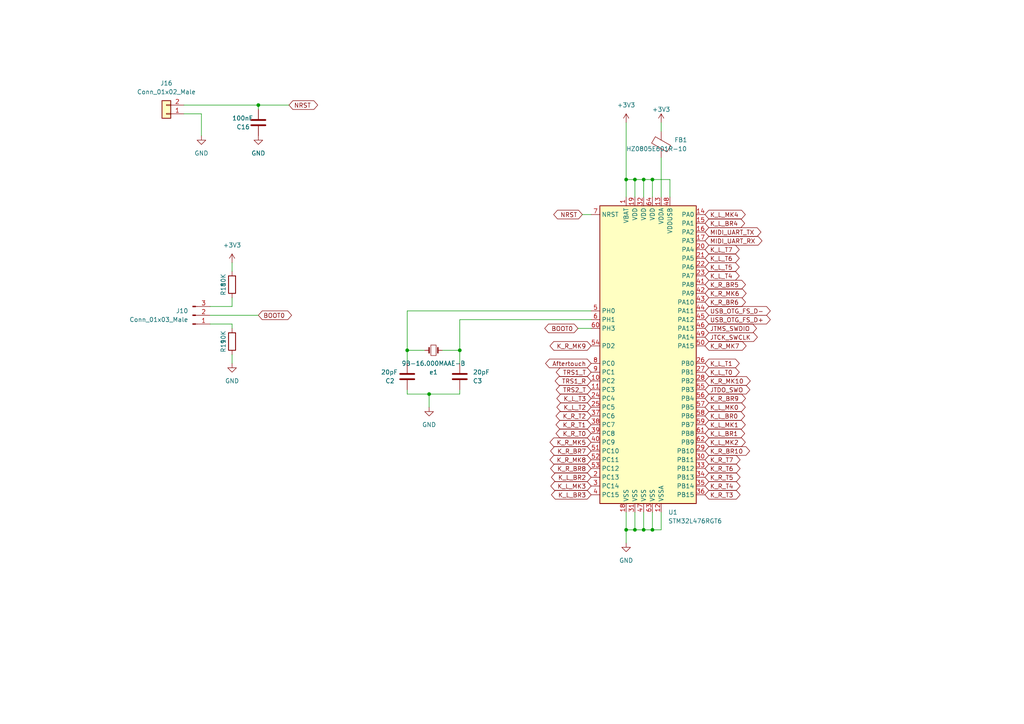
<source format=kicad_sch>
(kicad_sch (version 20230121) (generator eeschema)
  (paper "A4")
  (lib_symbols
    (symbol "Connector:Conn_01x03_Male" (pin_names (offset 1.016) hide)
      (property "Reference" "J" (at 0 5.08 0))
      (property "Value" "Conn_01x03_Male" (at 0 -5.08 0))
      (symbol "Conn_01x03_Male_1_1"
        (polyline (pts (xy 1.27 -2.54) (xy 0.8636 -2.54)) (stroke (width 0.1524)))
        (polyline (pts (xy 1.27 0) (xy 0.8636 0)) (stroke (width 0.1524)))
        (polyline (pts (xy 1.27 2.54) (xy 0.8636 2.54)) (stroke (width 0.1524)))
        (rectangle (start 0.8636 -2.413) (end 0 -2.667) (stroke (width 0.1524)) (fill (type outline)))
        (rectangle (start 0.8636 0.127) (end 0 -0.127) (stroke (width 0.1524)) (fill (type outline)))
        (rectangle (start 0.8636 2.667) (end 0 2.413) (stroke (width 0.1524)) (fill (type outline)))
        (pin passive line (at 5.08 2.54 180) (length 3.81) (name "Pin_1") (number "1"))
        (pin passive line (at 5.08 0 180) (length 3.81) (name "Pin_2") (number "2"))
        (pin passive line (at 5.08 -2.54 180) (length 3.81) (name "Pin_3") (number "3"))
      )
    )
    (symbol "Connector_Generic:Conn_01x02" (pin_names (offset 1.016) hide)
      (property "Reference" "J" (at 0 2.54 0))
      (property "Value" "Conn_01x02" (at 0 -5.08 0))
      (symbol "Conn_01x02_1_1"
        (rectangle (start -1.27 -2.413) (end 0 -2.667) (stroke (width 0.1524)))
        (rectangle (start -1.27 0.127) (end 0 -0.127) (stroke (width 0.1524)))
        (rectangle (start -1.27 1.27) (end 1.27 -3.81) (stroke (width 0.254)) (fill (type background)))
        (pin passive line (at -5.08 0 0) (length 3.81) (name "Pin_1") (number "1"))
        (pin passive line (at -5.08 -2.54 0) (length 3.81) (name "Pin_2") (number "2"))
      )
    )
    (symbol "Device:C" (pin_numbers hide) (pin_names (offset 0.254))
      (property "Reference" "C" (at 0.635 2.54 0))
      (property "Value" "C" (at 0.635 -2.54 0))
      (symbol "C_0_1"
        (polyline (pts (xy -2.032 -0.762) (xy 2.032 -0.762)) (stroke (width 0.508)))
        (polyline (pts (xy -2.032 0.762) (xy 2.032 0.762)) (stroke (width 0.508)))
      )
      (symbol "C_1_1"
        (pin passive line (at 0 3.81 270) (length 2.794) (name "~") (number "1"))
        (pin passive line (at 0 -3.81 90) (length 2.794) (name "~") (number "2"))
      )
    )
    (symbol "Device:Crystal_Small" (pin_numbers hide) (pin_names (offset 1.016) hide)
      (property "Reference" "Y" (at 0 2.54 0))
      (property "Value" "Crystal_Small" (at 0 -2.54 0))
      (symbol "Crystal_Small_0_1"
        (rectangle (start -0.762 -1.524) (end 0.762 1.524))
        (polyline (pts (xy -1.27 -0.762) (xy -1.27 0.762)) (stroke (width 0.381)))
        (polyline (pts (xy 1.27 -0.762) (xy 1.27 0.762)) (stroke (width 0.381)))
      )
      (symbol "Crystal_Small_1_1"
        (pin passive line (at -2.54 0 0) (length 1.27) (name "1") (number "1"))
        (pin passive line (at 2.54 0 180) (length 1.27) (name "2") (number "2"))
      )
    )
    (symbol "Device:FerriteBead" (pin_numbers hide) (pin_names (offset 0))
      (property "Reference" "FB" (at -3.81 0.635 90))
      (property "Value" "FerriteBead" (at 3.81 0 90))
      (symbol "FerriteBead_0_1"
        (polyline (pts (xy 0 -1.27) (xy 0 -1.2192)))
        (polyline (pts (xy 0 1.27) (xy 0 1.2954)))
        (polyline (pts (xy -2.7686 0.4064) (xy -1.7018 2.2606) (xy 2.7686 -0.3048) (xy 1.6764 -2.159) (xy -2.7686 0.4064)))
      )
      (symbol "FerriteBead_1_1"
        (pin passive line (at 0 3.81 270) (length 2.54) (name "~") (number "1"))
        (pin passive line (at 0 -3.81 90) (length 2.54) (name "~") (number "2"))
      )
    )
    (symbol "Device:R" (pin_numbers hide) (pin_names (offset 0))
      (property "Reference" "R" (at 2.032 0 90))
      (property "Value" "R" (at 0 0 90))
      (symbol "R_0_1"
        (rectangle (start -1.016 -2.54) (end 1.016 2.54) (stroke (width 0.254)))
      )
      (symbol "R_1_1"
        (pin passive line (at 0 3.81 270) (length 1.27) (name "~") (number "1"))
        (pin passive line (at 0 -3.81 90) (length 1.27) (name "~") (number "2"))
      )
    )
    (symbol "MCU_ST_STM32L4:STM32L496RGTx"
      (property "Reference" "U" (at -15.24 44.45 0))
      (property "Value" "STM32L496RGTx" (at 7.62 44.45 0))
      (symbol "STM32L496RGTx_0_1"
        (rectangle (start -15.24 -43.18) (end 12.7 43.18) (stroke (width 0.254)) (fill (type background)))
      )
      (symbol "STM32L496RGTx_1_1"
        (pin power_in line (at -7.62 45.72 270) (length 2.54) (name "VBAT") (number "1"))
        (pin bidirectional line (at -17.78 -7.62 0) (length 2.54) (name "PC2") (number "10"))
        (pin bidirectional line (at -17.78 -10.16 0) (length 2.54) (name "PC3") (number "11"))
        (pin power_in line (at 2.54 -45.72 90) (length 2.54) (name "VSSA") (number "12"))
        (pin power_in line (at 2.54 45.72 270) (length 2.54) (name "VDDA") (number "13"))
        (pin bidirectional line (at 15.24 40.64 180) (length 2.54) (name "PA0") (number "14"))
        (pin bidirectional line (at 15.24 38.1 180) (length 2.54) (name "PA1") (number "15"))
        (pin bidirectional line (at 15.24 35.56 180) (length 2.54) (name "PA2") (number "16"))
        (pin bidirectional line (at 15.24 33.02 180) (length 2.54) (name "PA3") (number "17"))
        (pin power_in line (at -7.62 -45.72 90) (length 2.54) (name "VSS") (number "18"))
        (pin power_in line (at -5.08 45.72 270) (length 2.54) (name "VDD") (number "19"))
        (pin bidirectional line (at -17.78 -35.56 0) (length 2.54) (name "PC13") (number "2"))
        (pin bidirectional line (at 15.24 30.48 180) (length 2.54) (name "PA4") (number "20"))
        (pin bidirectional line (at 15.24 27.94 180) (length 2.54) (name "PA5") (number "21"))
        (pin bidirectional line (at 15.24 25.4 180) (length 2.54) (name "PA6") (number "22"))
        (pin bidirectional line (at 15.24 22.86 180) (length 2.54) (name "PA7") (number "23"))
        (pin bidirectional line (at -17.78 -12.7 0) (length 2.54) (name "PC4") (number "24"))
        (pin bidirectional line (at -17.78 -15.24 0) (length 2.54) (name "PC5") (number "25"))
        (pin bidirectional line (at 15.24 -2.54 180) (length 2.54) (name "PB0") (number "26"))
        (pin bidirectional line (at 15.24 -5.08 180) (length 2.54) (name "PB1") (number "27"))
        (pin bidirectional line (at 15.24 -7.62 180) (length 2.54) (name "PB2") (number "28"))
        (pin bidirectional line (at 15.24 -27.94 180) (length 2.54) (name "PB10") (number "29"))
        (pin bidirectional line (at -17.78 -38.1 0) (length 2.54) (name "PC14") (number "3"))
        (pin bidirectional line (at 15.24 -30.48 180) (length 2.54) (name "PB11") (number "30"))
        (pin power_in line (at -5.08 -45.72 90) (length 2.54) (name "VSS") (number "31"))
        (pin power_in line (at -2.54 45.72 270) (length 2.54) (name "VDD") (number "32"))
        (pin bidirectional line (at 15.24 -33.02 180) (length 2.54) (name "PB12") (number "33"))
        (pin bidirectional line (at 15.24 -35.56 180) (length 2.54) (name "PB13") (number "34"))
        (pin bidirectional line (at 15.24 -38.1 180) (length 2.54) (name "PB14") (number "35"))
        (pin bidirectional line (at 15.24 -40.64 180) (length 2.54) (name "PB15") (number "36"))
        (pin bidirectional line (at -17.78 -17.78 0) (length 2.54) (name "PC6") (number "37"))
        (pin bidirectional line (at -17.78 -20.32 0) (length 2.54) (name "PC7") (number "38"))
        (pin bidirectional line (at -17.78 -22.86 0) (length 2.54) (name "PC8") (number "39"))
        (pin bidirectional line (at -17.78 -40.64 0) (length 2.54) (name "PC15") (number "4"))
        (pin bidirectional line (at -17.78 -25.4 0) (length 2.54) (name "PC9") (number "40"))
        (pin bidirectional line (at 15.24 20.32 180) (length 2.54) (name "PA8") (number "41"))
        (pin bidirectional line (at 15.24 17.78 180) (length 2.54) (name "PA9") (number "42"))
        (pin bidirectional line (at 15.24 15.24 180) (length 2.54) (name "PA10") (number "43"))
        (pin bidirectional line (at 15.24 12.7 180) (length 2.54) (name "PA11") (number "44"))
        (pin bidirectional line (at 15.24 10.16 180) (length 2.54) (name "PA12") (number "45"))
        (pin bidirectional line (at 15.24 7.62 180) (length 2.54) (name "PA13") (number "46"))
        (pin power_in line (at -2.54 -45.72 90) (length 2.54) (name "VSS") (number "47"))
        (pin power_in line (at 5.08 45.72 270) (length 2.54) (name "VDDUSB") (number "48"))
        (pin bidirectional line (at 15.24 5.08 180) (length 2.54) (name "PA14") (number "49"))
        (pin input line (at -17.78 12.7 0) (length 2.54) (name "PH0") (number "5"))
        (pin bidirectional line (at 15.24 2.54 180) (length 2.54) (name "PA15") (number "50"))
        (pin bidirectional line (at -17.78 -27.94 0) (length 2.54) (name "PC10") (number "51"))
        (pin bidirectional line (at -17.78 -30.48 0) (length 2.54) (name "PC11") (number "52"))
        (pin bidirectional line (at -17.78 -33.02 0) (length 2.54) (name "PC12") (number "53"))
        (pin bidirectional line (at -17.78 2.54 0) (length 2.54) (name "PD2") (number "54"))
        (pin bidirectional line (at 15.24 -10.16 180) (length 2.54) (name "PB3") (number "55"))
        (pin bidirectional line (at 15.24 -12.7 180) (length 2.54) (name "PB4") (number "56"))
        (pin bidirectional line (at 15.24 -15.24 180) (length 2.54) (name "PB5") (number "57"))
        (pin bidirectional line (at 15.24 -17.78 180) (length 2.54) (name "PB6") (number "58"))
        (pin bidirectional line (at 15.24 -20.32 180) (length 2.54) (name "PB7") (number "59"))
        (pin input line (at -17.78 10.16 0) (length 2.54) (name "PH1") (number "6"))
        (pin bidirectional line (at -17.78 7.62 0) (length 2.54) (name "PH3") (number "60"))
        (pin bidirectional line (at 15.24 -22.86 180) (length 2.54) (name "PB8") (number "61"))
        (pin bidirectional line (at 15.24 -25.4 180) (length 2.54) (name "PB9") (number "62"))
        (pin power_in line (at 0 -45.72 90) (length 2.54) (name "VSS") (number "63"))
        (pin power_in line (at 0 45.72 270) (length 2.54) (name "VDD") (number "64"))
        (pin input line (at -17.78 40.64 0) (length 2.54) (name "NRST") (number "7"))
        (pin bidirectional line (at -17.78 -2.54 0) (length 2.54) (name "PC0") (number "8"))
        (pin bidirectional line (at -17.78 -5.08 0) (length 2.54) (name "PC1") (number "9"))
      )
    )
    (symbol "power:+3.3V" (power) (pin_names (offset 0))
      (property "Value" "+3.3V" (at 0 3.556 0))
      (symbol "+3.3V_0_1"
        (polyline (pts (xy -0.762 1.27) (xy 0 2.54)))
        (polyline (pts (xy 0 0) (xy 0 2.54)))
        (polyline (pts (xy 0 2.54) (xy 0.762 1.27)))
      )
      (symbol "+3.3V_1_1"
        (pin power_in line (at 0 0 90) (length 0) hide (name "+3V3") (number "1"))
      )
    )
    (symbol "power:GND" (power) (pin_names (offset 0))
      (property "Value" "GND" (at 0 -3.81 0))
      (symbol "GND_0_1"
        (polyline (pts (xy 0 0) (xy 0 -1.27) (xy 1.27 -1.27) (xy 0 -2.54) (xy -1.27 -1.27) (xy 0 -1.27)))
      )
      (symbol "GND_1_1"
        (pin power_in line (at 0 0 270) (length 0) hide (name "GND") (number "1"))
      )
    )
  )
  (junction (at 189.23 153.67))
  (junction (at 74.93 30.48))
  (junction (at 189.23 52.07))
  (junction (at 133.35 101.6))
  (junction (at 184.15 52.07))
  (junction (at 181.61 52.07))
  (junction (at 186.69 153.67))
  (junction (at 186.69 52.07))
  (junction (at 118.11 101.6))
  (junction (at 184.15 153.67))
  (junction (at 124.46 114.3))
  (junction (at 181.61 153.67))
  (wire (pts (xy 194.31 57.15) (xy 194.31 52.07)))
  (wire (pts (xy 184.15 52.07) (xy 181.61 52.07)))
  (wire (pts (xy 184.15 153.67) (xy 181.61 153.67)))
  (wire (pts (xy 186.69 57.15) (xy 186.69 52.07)))
  (wire (pts (xy 60.96 91.44) (xy 74.93 91.44)))
  (wire (pts (xy 67.31 93.98) (xy 67.31 95.25)))
  (wire (pts (xy 184.15 148.59) (xy 184.15 153.67)))
  (wire (pts (xy 133.35 114.3) (xy 133.35 113.03)))
  (wire (pts (xy 181.61 153.67) (xy 181.61 157.48)))
  (wire (pts (xy 133.35 92.71) (xy 133.35 101.6)))
  (wire (pts (xy 133.35 101.6) (xy 133.35 105.41)))
  (wire (pts (xy 191.77 153.67) (xy 189.23 153.67)))
  (wire (pts (xy 186.69 153.67) (xy 184.15 153.67)))
  (wire (pts (xy 118.11 90.17) (xy 118.11 101.6)))
  (wire (pts (xy 189.23 52.07) (xy 186.69 52.07)))
  (wire (pts (xy 118.11 90.17) (xy 171.45 90.17)))
  (wire (pts (xy 67.31 102.87) (xy 67.31 105.41)))
  (wire (pts (xy 186.69 52.07) (xy 184.15 52.07)))
  (wire (pts (xy 58.42 33.02) (xy 58.42 39.37)))
  (wire (pts (xy 184.15 57.15) (xy 184.15 52.07)))
  (wire (pts (xy 118.11 114.3) (xy 118.11 113.03)))
  (wire (pts (xy 171.45 92.71) (xy 133.35 92.71)))
  (wire (pts (xy 123.19 101.6) (xy 118.11 101.6)))
  (wire (pts (xy 189.23 57.15) (xy 189.23 52.07)))
  (wire (pts (xy 181.61 148.59) (xy 181.61 153.67)))
  (wire (pts (xy 53.34 30.48) (xy 74.93 30.48)))
  (wire (pts (xy 118.11 101.6) (xy 118.11 105.41)))
  (wire (pts (xy 194.31 52.07) (xy 189.23 52.07)))
  (wire (pts (xy 191.77 45.72) (xy 191.77 57.15)))
  (wire (pts (xy 74.93 30.48) (xy 83.82 30.48)))
  (wire (pts (xy 124.46 114.3) (xy 124.46 118.11)))
  (wire (pts (xy 53.34 33.02) (xy 58.42 33.02)))
  (wire (pts (xy 60.96 93.98) (xy 67.31 93.98)))
  (wire (pts (xy 128.27 101.6) (xy 133.35 101.6)))
  (wire (pts (xy 189.23 148.59) (xy 189.23 153.67)))
  (wire (pts (xy 186.69 148.59) (xy 186.69 153.67)))
  (wire (pts (xy 181.61 52.07) (xy 181.61 57.15)))
  (wire (pts (xy 67.31 76.2) (xy 67.31 78.74)))
  (wire (pts (xy 191.77 148.59) (xy 191.77 153.67)))
  (wire (pts (xy 191.77 35.56) (xy 191.77 38.1)))
  (wire (pts (xy 67.31 88.9) (xy 60.96 88.9)))
  (wire (pts (xy 67.31 86.36) (xy 67.31 88.9)))
  (wire (pts (xy 189.23 153.67) (xy 186.69 153.67)))
  (wire (pts (xy 181.61 35.56) (xy 181.61 52.07)))
  (wire (pts (xy 167.64 95.25) (xy 171.45 95.25)))
  (wire (pts (xy 168.91 62.23) (xy 171.45 62.23)))
  (wire (pts (xy 118.11 114.3) (xy 124.46 114.3)))
  (wire (pts (xy 124.46 114.3) (xy 133.35 114.3)))
  (wire (pts (xy 74.93 31.75) (xy 74.93 30.48)))
  (global_label "K_L_BR3" (shape bidirectional) (at 171.45 143.51 180) (property "Intersheetrefs" "${INTERSHEET_REFS}" (effects hide)))
  (global_label "K_L_BR1" (shape bidirectional) (at 204.47 125.73 0) (property "Intersheetrefs" "${INTERSHEET_REFS}" (effects hide)))
  (global_label "K_R_T0" (shape bidirectional) (at 171.45 125.73 180) (property "Intersheetrefs" "${INTERSHEET_REFS}" (effects hide)))
  (global_label "K_L_T7" (shape bidirectional) (at 204.47 72.39 0) (property "Intersheetrefs" "${INTERSHEET_REFS}" (effects hide)))
  (global_label "MIDI_UART_RX" (shape bidirectional) (at 204.47 69.85 0) (property "Intersheetrefs" "${INTERSHEET_REFS}" (effects hide)))
  (global_label "K_R_MK5" (shape bidirectional) (at 171.45 128.27 180) (property "Intersheetrefs" "${INTERSHEET_REFS}" (effects hide)))
  (global_label "K_L_MK1" (shape bidirectional) (at 204.47 123.19 0) (property "Intersheetrefs" "${INTERSHEET_REFS}" (effects hide)))
  (global_label "K_L_MK3" (shape bidirectional) (at 171.45 140.97 180) (property "Intersheetrefs" "${INTERSHEET_REFS}" (effects hide)))
  (global_label "JTMS_SWDIO" (shape bidirectional) (at 204.47 95.25 0) (property "Intersheetrefs" "${INTERSHEET_REFS}" (effects hide)))
  (global_label "JTCK_SWCLK" (shape bidirectional) (at 204.47 97.79 0) (property "Intersheetrefs" "${INTERSHEET_REFS}" (effects hide)))
  (global_label "K_R_MK8" (shape bidirectional) (at 171.45 133.35 180) (property "Intersheetrefs" "${INTERSHEET_REFS}" (effects hide)))
  (global_label "K_R_T4" (shape bidirectional) (at 204.47 140.97 0) (property "Intersheetrefs" "${INTERSHEET_REFS}" (effects hide)))
  (global_label "K_L_T0" (shape bidirectional) (at 204.47 107.95 0) (property "Intersheetrefs" "${INTERSHEET_REFS}" (effects hide)))
  (global_label "K_R_MK7" (shape bidirectional) (at 204.47 100.33 0) (property "Intersheetrefs" "${INTERSHEET_REFS}" (effects hide)))
  (global_label "K_R_BR9" (shape bidirectional) (at 204.47 115.57 0) (property "Intersheetrefs" "${INTERSHEET_REFS}" (effects hide)))
  (global_label "BOOT0" (shape bidirectional) (at 74.93 91.44 0) (property "Intersheetrefs" "${INTERSHEET_REFS}" (effects hide)))
  (global_label "K_L_MK0" (shape bidirectional) (at 204.47 118.11 0) (property "Intersheetrefs" "${INTERSHEET_REFS}" (effects hide)))
  (global_label "K_L_BR2" (shape bidirectional) (at 171.45 138.43 180) (property "Intersheetrefs" "${INTERSHEET_REFS}" (effects hide)))
  (global_label "K_R_BR10" (shape bidirectional) (at 204.47 130.81 0) (property "Intersheetrefs" "${INTERSHEET_REFS}" (effects hide)))
  (global_label "K_L_T1" (shape bidirectional) (at 204.47 105.41 0) (property "Intersheetrefs" "${INTERSHEET_REFS}" (effects hide)))
  (global_label "K_R_BR6" (shape bidirectional) (at 204.47 87.63 0) (property "Intersheetrefs" "${INTERSHEET_REFS}" (effects hide)))
  (global_label "K_R_T5" (shape bidirectional) (at 204.47 138.43 0) (property "Intersheetrefs" "${INTERSHEET_REFS}" (effects hide)))
  (global_label "K_L_T3" (shape bidirectional) (at 171.45 115.57 180) (property "Intersheetrefs" "${INTERSHEET_REFS}" (effects hide)))
  (global_label "NRST" (shape bidirectional) (at 168.91 62.23 180) (property "Intersheetrefs" "${INTERSHEET_REFS}" (effects hide)))
  (global_label "K_L_T6" (shape bidirectional) (at 204.47 74.93 0) (property "Intersheetrefs" "${INTERSHEET_REFS}" (effects hide)))
  (global_label "Aftertouch" (shape bidirectional) (at 171.45 105.41 180) (property "Intersheetrefs" "${INTERSHEET_REFS}" (effects hide)))
  (global_label "K_L_BR0" (shape bidirectional) (at 204.47 120.65 0) (property "Intersheetrefs" "${INTERSHEET_REFS}" (effects hide)))
  (global_label "TRS2_T" (shape bidirectional) (at 171.45 113.03 180) (property "Intersheetrefs" "${INTERSHEET_REFS}" (effects hide)))
  (global_label "K_L_MK2" (shape bidirectional) (at 204.47 128.27 0) (property "Intersheetrefs" "${INTERSHEET_REFS}" (effects hide)))
  (global_label "K_R_T7" (shape bidirectional) (at 204.47 133.35 0) (property "Intersheetrefs" "${INTERSHEET_REFS}" (effects hide)))
  (global_label "K_R_MK10" (shape bidirectional) (at 204.47 110.49 0) (property "Intersheetrefs" "${INTERSHEET_REFS}" (effects hide)))
  (global_label "K_R_BR8" (shape bidirectional) (at 171.45 135.89 180) (property "Intersheetrefs" "${INTERSHEET_REFS}" (effects hide)))
  (global_label "K_R_MK6" (shape bidirectional) (at 204.47 85.09 0) (property "Intersheetrefs" "${INTERSHEET_REFS}" (effects hide)))
  (global_label "K_R_T6" (shape bidirectional) (at 204.47 135.89 0) (property "Intersheetrefs" "${INTERSHEET_REFS}" (effects hide)))
  (global_label "K_L_MK4" (shape bidirectional) (at 204.47 62.23 0) (property "Intersheetrefs" "${INTERSHEET_REFS}" (effects hide)))
  (global_label "MIDI_UART_TX" (shape bidirectional) (at 204.47 67.31 0) (property "Intersheetrefs" "${INTERSHEET_REFS}" (effects hide)))
  (global_label "BOOT0" (shape bidirectional) (at 167.64 95.25 180) (property "Intersheetrefs" "${INTERSHEET_REFS}" (effects hide)))
  (global_label "NRST" (shape bidirectional) (at 83.82 30.48 0) (property "Intersheetrefs" "${INTERSHEET_REFS}" (effects hide)))
  (global_label "JTDO_SWO" (shape bidirectional) (at 204.47 113.03 0) (property "Intersheetrefs" "${INTERSHEET_REFS}" (effects hide)))
  (global_label "TRS1_R" (shape bidirectional) (at 171.45 110.49 180) (property "Intersheetrefs" "${INTERSHEET_REFS}" (effects hide)))
  (global_label "K_R_BR7" (shape bidirectional) (at 171.45 130.81 180) (property "Intersheetrefs" "${INTERSHEET_REFS}" (effects hide)))
  (global_label "K_L_T4" (shape bidirectional) (at 204.47 80.01 0) (property "Intersheetrefs" "${INTERSHEET_REFS}" (effects hide)))
  (global_label "K_L_T2" (shape bidirectional) (at 171.45 118.11 180) (property "Intersheetrefs" "${INTERSHEET_REFS}" (effects hide)))
  (global_label "K_R_BR5" (shape bidirectional) (at 204.47 82.55 0) (property "Intersheetrefs" "${INTERSHEET_REFS}" (effects hide)))
  (global_label "TRS1_T" (shape bidirectional) (at 171.45 107.95 180) (property "Intersheetrefs" "${INTERSHEET_REFS}" (effects hide)))
  (global_label "K_L_T5" (shape bidirectional) (at 204.47 77.47 0) (property "Intersheetrefs" "${INTERSHEET_REFS}" (effects hide)))
  (global_label "K_R_T2" (shape bidirectional) (at 171.45 120.65 180) (property "Intersheetrefs" "${INTERSHEET_REFS}" (effects hide)))
  (global_label "K_R_MK9" (shape bidirectional) (at 171.45 100.33 180) (property "Intersheetrefs" "${INTERSHEET_REFS}" (effects hide)))
  (global_label "K_L_BR4" (shape bidirectional) (at 204.47 64.77 0) (property "Intersheetrefs" "${INTERSHEET_REFS}" (effects hide)))
  (global_label "USB_OTG_FS_D-" (shape bidirectional) (at 204.47 90.17 0) (property "Intersheetrefs" "${INTERSHEET_REFS}" (effects hide)))
  (global_label "K_R_T1" (shape bidirectional) (at 171.45 123.19 180) (property "Intersheetrefs" "${INTERSHEET_REFS}" (effects hide)))
  (global_label "K_R_T3" (shape bidirectional) (at 204.47 143.51 0) (property "Intersheetrefs" "${INTERSHEET_REFS}" (effects hide)))
  (global_label "USB_OTG_FS_D+" (shape bidirectional) (at 204.47 92.71 0) (property "Intersheetrefs" "${INTERSHEET_REFS}" (effects hide)))
  (symbol (lib_id "power:+3.3V") (at 181.61 35.56 0) (unit 1)
    (property "Reference" "#PWR04" (effects hide))
    (property "Value" "+3.3V" (at 181.61 30.48 0))
  )
  (symbol (lib_id "Device:Crystal_Small") (at 125.73 101.6 0) (mirror x) (unit 1)
    (property "Reference" "e1" (at 125.73 107.95 0))
    (property "Value" "9B-16.000MAAE-B" (at 125.73 105.41 0))
    (property "Footprint" "Crystal:Crystal_HC49-U_Vertical" (effects hide))
    (property "Datasheet" "https://s3.amazonaws.com/snapeda/datasheet/9B-16000MAAE-B_TXC.pdf" (effects hide))
    (property "Description" "16 MHz ±30ppm Crystal 12pF 30 Ohms HC-49/US" (effects hide))
    (property "MANUFACTURER" "TXC" (effects hide))
    (property "Manufacturer_Name" "TXC" (effects hide))
    (property "Manufacturer_Part_Number" "9B-16.000MAAE-B" (effects hide))
    (property "LCSC" "C2636524" (effects hide))
    (property "Digi-Key Part Number" "887-2014-ND" (effects hide))
  )
  (symbol (lib_id "power:GND") (at 74.93 39.37 0) (unit 1)
    (property "Reference" "#PWR0129" (effects hide))
    (property "Value" "GND" (at 74.93 44.45 0))
  )
  (symbol (lib_id "Device:C") (at 133.35 109.22 0) (mirror x) (unit 1)
    (property "Reference" "C3" (at 137.16 110.4901 0) (effects (justify left)))
    (property "Value" "20pF" (at 137.16 107.9501 0) (effects (justify left)))
    (property "Footprint" "Capacitor_SMD:C_0805_2012Metric" (effects hide))
    (property "Datasheet" "https://s3.amazonaws.com/snapeda/datasheet/CL21C200JBANNNC_Samsung.pdf" (effects hide))
    (property "Description" "20 pF ±5% 50V Ceramic Capacitor C0G, NP0 0805 (2012 Metric)" (effects hide))
    (property "MANUFACTURER" "Samsung" (effects hide))
    (property "Manufacturer_Name" "Samsung" (effects hide))
    (property "Manufacturer_Part_Number" "CL21C200JBANNNC" (effects hide))
    (property "LCSC" "C1798" (effects hide))
    (property "Digi-Key Part Number" "1276-1829-1-ND" (effects hide))
  )
  (symbol (lib_id "power:GND") (at 181.61 157.48 0) (unit 1)
    (property "Reference" "#PWR05" (effects hide))
    (property "Value" "GND" (at 181.61 162.56 0))
  )
  (symbol (lib_id "Device:R") (at 67.31 82.55 0) (unit 1)
    (property "Reference" "R18" (at 64.77 83.82 90))
    (property "Value" "10K" (at 64.77 81.28 90))
    (property "Footprint" "Resistor_SMD:R_0805_2012Metric" (effects hide))
    (property "Description" "1/8W Thick Film Resistors 150V ±1% ±100ppm/℃ -55℃~+155℃ 10kΩ 0805  Chip Resistor - Surface Mount ROHS" (effects hide))
    (property "MANUFACTURER" "Panasonic Electronic Components" (effects hide))
    (property "Manufacturer_Name" "Panasonic Electronic Components" (effects hide))
    (property "Manufacturer_Part_Number" "ERA-6AEB103V" (effects hide))
    (property "Digi-Key Part Number" "P10KDACT-ND" (effects hide))
  )
  (symbol (lib_id "MCU_ST_STM32L4:STM32L496RGTx") (at 189.23 102.87 0) (unit 1)
    (property "Reference" "U1" (at 193.7894 148.59 0) (effects (justify left)))
    (property "Value" "STM32L476RGT6" (at 193.7894 151.13 0) (effects (justify left)))
    (property "Footprint" "Package_QFP:LQFP-64_10x10mm_P0.5mm" (effects hide))
    (property "Datasheet" "https://no.mouser.com/datasheet/2/389/dm00108832-1798239.pdf" (effects hide))
    (property "Description" "ARM Microcontrollers - MCU Ultra-low-power FPU Arm Cortex-M4 MCU 80 MHz 1 Mbyte of Flash LCD, USB OTG, DFSD" (effects hide))
    (property "LCSC" "C74797" (effects hide))
    (property "MANUFACTURER" "STMicroelectronics" (effects hide))
    (property "Manufacturer_Name" "STMicroelectronics" (effects hide))
    (property "Manufacturer_Part_Number" "STM32L476RGT6" (effects hide))
    (property "Farnell Part Number" "2494460" (effects hide))
  )
  (symbol (lib_id "Connector:Conn_01x03_Male") (at 55.88 91.44 0) (mirror x) (unit 1)
    (property "Reference" "J10" (at 54.61 90.1699 0) (effects (justify right)))
    (property "Value" "Conn_01x03_Male" (at 54.61 92.7099 0) (effects (justify right)))
    (property "Footprint" "Connector_PinHeader_2.54mm:PinHeader_1x03_P2.54mm_Vertical" (effects hide))
    (property "Datasheet" "https://www.snapeda.com/parts/TSW-103-14-TM-S/Samtec/datasheet/" (effects hide))
    (property "Description" "Connector Header Through Hole 4 position 0.100\" (2.54mm)" (effects hide))
    (property "MANUFACTURER" "Samtec" (effects hide))
    (property "Manufacturer_Name" "Samtec" (effects hide))
    (property "Manufacturer_Part_Number" "TSW-103-14-TM-S" (effects hide))
    (property "Digi-Key Part Number" "HTSW-103-14-TM-S-ND" (effects hide))
  )
  (symbol (lib_id "power:+3.3V") (at 191.77 35.56 0) (unit 1)
    (property "Reference" "#PWR06" (effects hide))
    (property "Value" "+3.3V" (at 191.77 31.75 0))
  )
  (symbol (lib_id "Device:C") (at 74.93 35.56 0) (mirror x) (unit 1)
    (property "Reference" "C16" (at 68.58 36.83 0) (effects (justify left)))
    (property "Value" "100nF" (at 67.31 34.29 0) (effects (justify left)))
    (property "Footprint" "Capacitor_SMD:C_0805_2012Metric" (effects hide))
    (property "Datasheet" "https://datasheet.lcsc.com/lcsc/1810191215_Samsung-Electro-Mechanics-CL21B104KBCNNNC_C1711.pdf" (effects hide))
    (property "Description" "50V 100nF X7R ±10% 0805 Multilayer Ceramic Capacitors MLCC - SMD/SMT ROHS" (effects hide))
    (property "MANUFACTURER" "Samsung" (effects hide))
    (property "Manufacturer_Name" "Samsung" (effects hide))
    (property "Manufacturer_Part_Number" "CL21B104KBCNNNC" (effects hide))
    (property "LCSC" "C1711" (effects hide))
    (property "Digi-Key Part Number" "1276-1003-1-ND" (effects hide))
  )
  (symbol (lib_id "power:GND") (at 67.31 105.41 0) (unit 1)
    (property "Reference" "#PWR03" (effects hide))
    (property "Value" "GND" (at 67.31 110.49 0))
  )
  (symbol (lib_id "power:GND") (at 58.42 39.37 0) (unit 1)
    (property "Reference" "#PWR0128" (effects hide))
    (property "Value" "GND" (at 58.42 44.45 0))
  )
  (symbol (lib_id "power:+3.3V") (at 67.31 76.2 0) (unit 1)
    (property "Reference" "#PWR02" (effects hide))
    (property "Value" "+3.3V" (at 67.31 71.12 0))
  )
  (symbol (lib_id "Device:FerriteBead") (at 191.77 41.91 0) (unit 1)
    (property "Reference" "FB1" (at 195.58 40.5891 0) (effects (justify left)))
    (property "Value" "HZ0805E601R-10" (at 181.61 43.18 0) (effects (justify left)))
    (property "Footprint" "Inductor_SMD:L_0805_2012Metric" (effects hide))
    (property "Datasheet" "https://media.digikey.com/pdf/Data%20Sheets/Laird%20Technologies/EMI_Filtering_and_RF_Inductors.pdf" (effects hide))
    (property "Description" "600 Ohms @ 100 MHz 1 Power, Signal Line Ferrite Bead 0805 (2012 Metric) 500mA 300mOhm" (effects hide))
    (property "MANUFACTURER" "Laird-Signal Integrity Products" (effects hide))
    (property "Manufacturer_Name" "Laird-Signal Integrity Products" (effects hide))
    (property "Manufacturer_Part_Number" "HZ0805E601R-10" (effects hide))
    (property "Digi-Key Part Number" "240-2399-1-ND" (effects hide))
  )
  (symbol (lib_id "Device:R") (at 67.31 99.06 0) (unit 1)
    (property "Reference" "R19" (at 64.77 100.33 90))
    (property "Value" "10K" (at 64.77 97.79 90))
    (property "Footprint" "Resistor_SMD:R_0805_2012Metric" (effects hide))
    (property "Description" "1/8W Thick Film Resistors 150V ±1% ±100ppm/℃ -55℃~+155℃ 10kΩ 0805  Chip Resistor - Surface Mount ROHS" (effects hide))
    (property "MANUFACTURER" "Panasonic Electronic Components" (effects hide))
    (property "Manufacturer_Name" "Panasonic Electronic Components" (effects hide))
    (property "Manufacturer_Part_Number" "ERA-6AEB103V" (effects hide))
    (property "Digi-Key Part Number" "P10KDACT-ND" (effects hide))
  )
  (symbol (lib_id "Device:C") (at 118.11 109.22 0) (mirror x) (unit 1)
    (property "Reference" "C2" (at 111.76 110.49 0) (effects (justify left)))
    (property "Value" "20pF" (at 110.49 107.95 0) (effects (justify left)))
    (property "Footprint" "Capacitor_SMD:C_0805_2012Metric" (effects hide))
    (property "Datasheet" "https://s3.amazonaws.com/snapeda/datasheet/CL21C200JBANNNC_Samsung.pdf" (effects hide))
    (property "Description" "20 pF ±5% 50V Ceramic Capacitor C0G, NP0 0805 (2012 Metric)" (effects hide))
    (property "MANUFACTURER" "Samsung" (effects hide))
    (property "Manufacturer_Name" "Samsung" (effects hide))
    (property "Manufacturer_Part_Number" "CL21C200JBANNNC" (effects hide))
    (property "LCSC" "C1798" (effects hide))
    (property "Digi-Key Part Number" "1276-1829-1-ND" (effects hide))
  )
  (symbol (lib_id "power:GND") (at 124.46 118.11 0) (unit 1)
    (property "Reference" "#PWR01" (effects hide))
    (property "Value" "GND" (at 124.46 123.19 0))
  )
  (symbol (lib_id "Connector_Generic:Conn_01x02") (at 48.26 33.02 180) (unit 1)
    (property "Reference" "J16" (at 48.26 24.13 0))
    (property "Value" "Conn_01x02_Male" (at 48.26 26.67 0))
    (property "Footprint" "Connector_PinHeader_2.54mm:PinHeader_1x02_P2.54mm_Vertical" (effects hide))
    (property "Datasheet" "https://www.snapeda.com/parts/TSW-102-14-TM-S/Samtec/datasheet/" (effects hide))
    (property "Description" "Connector Header Through Hole 2 position 0.100\" (2.54mm)" (effects hide))
    (property "MANUFACTURER" "Samtec" (effects hide))
    (property "Manufacturer_Name" "Samtec" (effects hide))
    (property "Manufacturer_Part_Number" "TSW-102-14-TM-S" (effects hide))
    (property "Digi-Key Part Number" "HTSW-102-14-TM-S-ND" (effects hide))
  )
)
</source>
